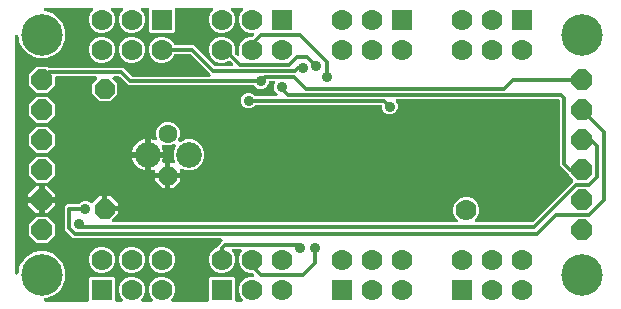
<source format=gbr>
G04 EAGLE Gerber RS-274X export*
G75*
%MOMM*%
%FSLAX34Y34*%
%LPD*%
%INBottom Copper*%
%IPPOS*%
%AMOC8*
5,1,8,0,0,1.08239X$1,22.5*%
G01*
%ADD10P,1.814519X8X112.500000*%
%ADD11C,1.778000*%
%ADD12R,1.778000X1.778000*%
%ADD13C,3.516000*%
%ADD14P,1.924489X8X22.500000*%
%ADD15P,1.732040X8X292.500000*%
%ADD16C,1.600200*%
%ADD17C,2.184400*%
%ADD18C,0.304800*%
%ADD19C,0.906400*%
%ADD20C,0.806400*%

G36*
X63780Y2544D02*
X63780Y2544D01*
X63806Y2542D01*
X63953Y2564D01*
X64100Y2581D01*
X64125Y2589D01*
X64151Y2593D01*
X64289Y2648D01*
X64428Y2698D01*
X64450Y2712D01*
X64475Y2722D01*
X64596Y2807D01*
X64721Y2887D01*
X64739Y2906D01*
X64761Y2921D01*
X64860Y3031D01*
X64963Y3138D01*
X64977Y3160D01*
X64994Y3180D01*
X65066Y3310D01*
X65142Y3437D01*
X65150Y3462D01*
X65163Y3485D01*
X65203Y3628D01*
X65248Y3769D01*
X65250Y3795D01*
X65258Y3820D01*
X65277Y4064D01*
X65277Y22432D01*
X66468Y23623D01*
X85932Y23623D01*
X87123Y22432D01*
X87123Y4064D01*
X87126Y4038D01*
X87124Y4012D01*
X87146Y3865D01*
X87163Y3718D01*
X87171Y3693D01*
X87175Y3667D01*
X87230Y3529D01*
X87280Y3390D01*
X87294Y3368D01*
X87304Y3343D01*
X87389Y3222D01*
X87469Y3097D01*
X87488Y3079D01*
X87503Y3057D01*
X87613Y2958D01*
X87720Y2855D01*
X87742Y2841D01*
X87762Y2824D01*
X87892Y2752D01*
X88019Y2676D01*
X88044Y2668D01*
X88067Y2655D01*
X88210Y2615D01*
X88351Y2570D01*
X88377Y2568D01*
X88402Y2560D01*
X88646Y2541D01*
X92635Y2541D01*
X92735Y2552D01*
X92835Y2554D01*
X92907Y2572D01*
X92981Y2581D01*
X93075Y2614D01*
X93173Y2639D01*
X93239Y2673D01*
X93309Y2698D01*
X93393Y2753D01*
X93483Y2799D01*
X93539Y2847D01*
X93602Y2887D01*
X93672Y2959D01*
X93748Y3024D01*
X93792Y3084D01*
X93844Y3138D01*
X93896Y3224D01*
X93955Y3305D01*
X93985Y3373D01*
X94023Y3437D01*
X94054Y3533D01*
X94093Y3625D01*
X94106Y3698D01*
X94129Y3769D01*
X94137Y3869D01*
X94155Y3968D01*
X94151Y4042D01*
X94157Y4116D01*
X94142Y4216D01*
X94137Y4316D01*
X94116Y4387D01*
X94105Y4461D01*
X94068Y4554D01*
X94041Y4651D01*
X94004Y4716D01*
X93977Y4785D01*
X93919Y4867D01*
X93870Y4955D01*
X93805Y5031D01*
X93778Y5071D01*
X93751Y5095D01*
X93712Y5141D01*
X92340Y6513D01*
X90677Y10527D01*
X90677Y14873D01*
X92340Y18887D01*
X95413Y21960D01*
X99427Y23623D01*
X103773Y23623D01*
X107787Y21960D01*
X110860Y18887D01*
X112523Y14873D01*
X112523Y10527D01*
X110860Y6513D01*
X109488Y5141D01*
X109426Y5062D01*
X109356Y4990D01*
X109318Y4926D01*
X109272Y4868D01*
X109229Y4777D01*
X109177Y4691D01*
X109154Y4620D01*
X109123Y4553D01*
X109101Y4455D01*
X109071Y4359D01*
X109065Y4285D01*
X109049Y4212D01*
X109051Y4112D01*
X109043Y4012D01*
X109054Y3938D01*
X109055Y3864D01*
X109080Y3767D01*
X109095Y3667D01*
X109122Y3598D01*
X109140Y3526D01*
X109186Y3437D01*
X109223Y3343D01*
X109266Y3282D01*
X109300Y3216D01*
X109365Y3140D01*
X109422Y3057D01*
X109477Y3007D01*
X109526Y2951D01*
X109606Y2891D01*
X109681Y2824D01*
X109746Y2788D01*
X109806Y2743D01*
X109898Y2704D01*
X109986Y2655D01*
X110058Y2635D01*
X110126Y2605D01*
X110225Y2588D01*
X110321Y2560D01*
X110421Y2552D01*
X110469Y2544D01*
X110505Y2546D01*
X110565Y2541D01*
X118035Y2541D01*
X118135Y2552D01*
X118235Y2554D01*
X118307Y2572D01*
X118381Y2581D01*
X118475Y2614D01*
X118573Y2639D01*
X118639Y2673D01*
X118709Y2698D01*
X118793Y2753D01*
X118883Y2799D01*
X118939Y2847D01*
X119002Y2887D01*
X119072Y2959D01*
X119148Y3024D01*
X119192Y3084D01*
X119244Y3138D01*
X119296Y3224D01*
X119355Y3305D01*
X119385Y3373D01*
X119423Y3437D01*
X119454Y3533D01*
X119493Y3625D01*
X119506Y3698D01*
X119529Y3769D01*
X119537Y3869D01*
X119555Y3968D01*
X119551Y4042D01*
X119557Y4116D01*
X119542Y4216D01*
X119537Y4316D01*
X119516Y4387D01*
X119505Y4461D01*
X119468Y4554D01*
X119441Y4651D01*
X119404Y4716D01*
X119377Y4785D01*
X119319Y4867D01*
X119270Y4955D01*
X119205Y5031D01*
X119178Y5071D01*
X119151Y5095D01*
X119112Y5141D01*
X117740Y6513D01*
X116077Y10527D01*
X116077Y14873D01*
X117740Y18887D01*
X120813Y21960D01*
X124827Y23623D01*
X129173Y23623D01*
X133187Y21960D01*
X136260Y18887D01*
X137923Y14873D01*
X137923Y10527D01*
X136260Y6513D01*
X134888Y5141D01*
X134826Y5062D01*
X134756Y4990D01*
X134718Y4926D01*
X134672Y4868D01*
X134629Y4777D01*
X134577Y4691D01*
X134554Y4620D01*
X134523Y4553D01*
X134501Y4455D01*
X134471Y4359D01*
X134465Y4285D01*
X134449Y4212D01*
X134451Y4112D01*
X134443Y4012D01*
X134454Y3938D01*
X134455Y3864D01*
X134480Y3767D01*
X134495Y3667D01*
X134522Y3598D01*
X134540Y3526D01*
X134586Y3437D01*
X134623Y3343D01*
X134666Y3282D01*
X134700Y3216D01*
X134765Y3140D01*
X134822Y3057D01*
X134877Y3007D01*
X134926Y2951D01*
X135006Y2891D01*
X135081Y2824D01*
X135146Y2788D01*
X135206Y2743D01*
X135298Y2704D01*
X135386Y2655D01*
X135458Y2635D01*
X135526Y2605D01*
X135625Y2588D01*
X135721Y2560D01*
X135821Y2552D01*
X135869Y2544D01*
X135905Y2546D01*
X135965Y2541D01*
X165354Y2541D01*
X165380Y2544D01*
X165406Y2542D01*
X165553Y2564D01*
X165700Y2581D01*
X165725Y2589D01*
X165751Y2593D01*
X165889Y2648D01*
X166028Y2698D01*
X166050Y2712D01*
X166075Y2722D01*
X166196Y2807D01*
X166321Y2887D01*
X166339Y2906D01*
X166361Y2921D01*
X166460Y3031D01*
X166563Y3138D01*
X166577Y3160D01*
X166594Y3180D01*
X166666Y3310D01*
X166742Y3437D01*
X166750Y3462D01*
X166763Y3485D01*
X166803Y3628D01*
X166848Y3769D01*
X166850Y3795D01*
X166858Y3820D01*
X166877Y4064D01*
X166877Y22432D01*
X168068Y23623D01*
X187532Y23623D01*
X188723Y22432D01*
X188723Y4064D01*
X188726Y4038D01*
X188724Y4012D01*
X188746Y3865D01*
X188763Y3718D01*
X188771Y3693D01*
X188775Y3667D01*
X188830Y3529D01*
X188880Y3390D01*
X188894Y3368D01*
X188904Y3343D01*
X188989Y3222D01*
X189069Y3097D01*
X189088Y3079D01*
X189103Y3057D01*
X189213Y2958D01*
X189320Y2855D01*
X189342Y2841D01*
X189362Y2824D01*
X189492Y2752D01*
X189619Y2676D01*
X189644Y2668D01*
X189667Y2655D01*
X189810Y2615D01*
X189951Y2570D01*
X189977Y2568D01*
X190002Y2560D01*
X190246Y2541D01*
X194235Y2541D01*
X194335Y2552D01*
X194435Y2554D01*
X194507Y2572D01*
X194581Y2581D01*
X194675Y2614D01*
X194773Y2639D01*
X194839Y2673D01*
X194909Y2698D01*
X194993Y2753D01*
X195083Y2799D01*
X195139Y2847D01*
X195202Y2887D01*
X195272Y2959D01*
X195348Y3024D01*
X195392Y3084D01*
X195444Y3138D01*
X195496Y3224D01*
X195555Y3305D01*
X195585Y3373D01*
X195623Y3437D01*
X195654Y3533D01*
X195693Y3625D01*
X195706Y3698D01*
X195729Y3769D01*
X195737Y3869D01*
X195755Y3968D01*
X195751Y4042D01*
X195757Y4116D01*
X195742Y4216D01*
X195737Y4316D01*
X195716Y4387D01*
X195705Y4461D01*
X195668Y4554D01*
X195641Y4651D01*
X195604Y4716D01*
X195577Y4785D01*
X195519Y4867D01*
X195470Y4955D01*
X195405Y5031D01*
X195378Y5071D01*
X195351Y5095D01*
X195312Y5141D01*
X193940Y6513D01*
X192277Y10527D01*
X192277Y14873D01*
X193940Y18887D01*
X197013Y21960D01*
X201027Y23623D01*
X203890Y23623D01*
X203990Y23634D01*
X204090Y23636D01*
X204162Y23654D01*
X204236Y23663D01*
X204331Y23696D01*
X204428Y23721D01*
X204494Y23755D01*
X204564Y23780D01*
X204649Y23835D01*
X204738Y23881D01*
X204794Y23929D01*
X204857Y23969D01*
X204927Y24041D01*
X205003Y24106D01*
X205047Y24166D01*
X205099Y24220D01*
X205151Y24306D01*
X205210Y24387D01*
X205240Y24455D01*
X205278Y24519D01*
X205309Y24614D01*
X205348Y24707D01*
X205362Y24780D01*
X205384Y24851D01*
X205392Y24951D01*
X205410Y25050D01*
X205406Y25124D01*
X205412Y25198D01*
X205397Y25297D01*
X205392Y25398D01*
X205372Y25469D01*
X205361Y25543D01*
X205323Y25636D01*
X205296Y25733D01*
X205259Y25798D01*
X205232Y25867D01*
X205174Y25949D01*
X205125Y26037D01*
X205060Y26113D01*
X205033Y26153D01*
X205006Y26177D01*
X204967Y26223D01*
X204459Y26731D01*
X204360Y26810D01*
X204266Y26894D01*
X204224Y26918D01*
X204186Y26948D01*
X204072Y27002D01*
X203961Y27063D01*
X203914Y27076D01*
X203871Y27097D01*
X203747Y27123D01*
X203626Y27158D01*
X203565Y27163D01*
X203530Y27170D01*
X203482Y27169D01*
X203382Y27177D01*
X201027Y27177D01*
X197013Y28840D01*
X193940Y31913D01*
X192277Y35927D01*
X192277Y40273D01*
X193940Y44287D01*
X194296Y44643D01*
X194358Y44721D01*
X194428Y44794D01*
X194466Y44858D01*
X194512Y44916D01*
X194555Y45007D01*
X194607Y45093D01*
X194630Y45164D01*
X194661Y45231D01*
X194683Y45329D01*
X194713Y45425D01*
X194719Y45499D01*
X194735Y45572D01*
X194733Y45672D01*
X194741Y45772D01*
X194730Y45846D01*
X194729Y45920D01*
X194704Y46017D01*
X194689Y46117D01*
X194662Y46186D01*
X194644Y46258D01*
X194598Y46347D01*
X194561Y46441D01*
X194518Y46502D01*
X194484Y46568D01*
X194419Y46645D01*
X194362Y46727D01*
X194307Y46777D01*
X194258Y46833D01*
X194178Y46893D01*
X194103Y46960D01*
X194038Y46996D01*
X193978Y47041D01*
X193886Y47080D01*
X193798Y47129D01*
X193726Y47149D01*
X193658Y47179D01*
X193559Y47196D01*
X193463Y47224D01*
X193363Y47232D01*
X193315Y47240D01*
X193279Y47238D01*
X193219Y47243D01*
X187781Y47243D01*
X187681Y47232D01*
X187581Y47230D01*
X187509Y47212D01*
X187435Y47203D01*
X187340Y47170D01*
X187243Y47145D01*
X187177Y47111D01*
X187107Y47086D01*
X187022Y47031D01*
X186933Y46985D01*
X186877Y46937D01*
X186814Y46897D01*
X186744Y46825D01*
X186668Y46760D01*
X186624Y46700D01*
X186572Y46646D01*
X186520Y46560D01*
X186461Y46479D01*
X186431Y46411D01*
X186393Y46347D01*
X186362Y46252D01*
X186323Y46159D01*
X186309Y46086D01*
X186287Y46015D01*
X186279Y45915D01*
X186261Y45816D01*
X186265Y45742D01*
X186259Y45668D01*
X186274Y45569D01*
X186279Y45468D01*
X186300Y45397D01*
X186311Y45323D01*
X186348Y45230D01*
X186376Y45133D01*
X186412Y45068D01*
X186439Y44999D01*
X186497Y44917D01*
X186546Y44829D01*
X186611Y44753D01*
X186638Y44713D01*
X186665Y44689D01*
X186704Y44643D01*
X187060Y44287D01*
X188723Y40273D01*
X188723Y35927D01*
X187060Y31913D01*
X183987Y28840D01*
X179973Y27177D01*
X175627Y27177D01*
X171613Y28840D01*
X168540Y31913D01*
X166877Y35927D01*
X166877Y40273D01*
X168540Y44287D01*
X171613Y47360D01*
X173303Y48060D01*
X173370Y48097D01*
X173441Y48125D01*
X173522Y48181D01*
X173608Y48229D01*
X173664Y48281D01*
X173727Y48324D01*
X173793Y48397D01*
X173866Y48463D01*
X173909Y48526D01*
X173960Y48583D01*
X174008Y48669D01*
X174064Y48750D01*
X174092Y48821D01*
X174129Y48888D01*
X174156Y48983D01*
X174192Y49074D01*
X174203Y49150D01*
X174224Y49223D01*
X174236Y49372D01*
X174243Y49419D01*
X174241Y49438D01*
X174243Y49467D01*
X174243Y49733D01*
X176773Y52263D01*
X178043Y53533D01*
X178105Y53612D01*
X178175Y53684D01*
X178213Y53748D01*
X178260Y53806D01*
X178302Y53897D01*
X178354Y53983D01*
X178377Y54054D01*
X178408Y54121D01*
X178430Y54219D01*
X178460Y54315D01*
X178466Y54389D01*
X178482Y54462D01*
X178480Y54562D01*
X178488Y54662D01*
X178477Y54736D01*
X178476Y54810D01*
X178451Y54907D01*
X178437Y55007D01*
X178409Y55076D01*
X178391Y55148D01*
X178345Y55237D01*
X178308Y55331D01*
X178265Y55392D01*
X178231Y55458D01*
X178166Y55534D01*
X178109Y55617D01*
X178054Y55667D01*
X178005Y55723D01*
X177925Y55783D01*
X177850Y55850D01*
X177785Y55886D01*
X177725Y55931D01*
X177633Y55970D01*
X177545Y56019D01*
X177473Y56039D01*
X177405Y56069D01*
X177306Y56086D01*
X177210Y56114D01*
X177110Y56122D01*
X177062Y56130D01*
X177026Y56128D01*
X176966Y56133D01*
X51867Y56133D01*
X44703Y63297D01*
X44703Y82753D01*
X46787Y84837D01*
X55872Y84837D01*
X55997Y84851D01*
X56124Y84858D01*
X56170Y84871D01*
X56218Y84877D01*
X56337Y84919D01*
X56458Y84954D01*
X56501Y84978D01*
X56546Y84994D01*
X56652Y85063D01*
X56763Y85124D01*
X56809Y85164D01*
X56839Y85183D01*
X56872Y85218D01*
X56949Y85283D01*
X58511Y86845D01*
X60924Y87845D01*
X63536Y87845D01*
X65949Y86845D01*
X66326Y86468D01*
X66347Y86451D01*
X66364Y86431D01*
X66483Y86343D01*
X66599Y86251D01*
X66623Y86240D01*
X66644Y86224D01*
X66780Y86166D01*
X66914Y86102D01*
X66940Y86097D01*
X66964Y86086D01*
X67110Y86060D01*
X67255Y86029D01*
X67281Y86029D01*
X67307Y86024D01*
X67456Y86032D01*
X67604Y86035D01*
X67629Y86041D01*
X67655Y86042D01*
X67798Y86084D01*
X67942Y86120D01*
X67965Y86132D01*
X67990Y86139D01*
X68119Y86211D01*
X68251Y86279D01*
X68271Y86296D01*
X68294Y86309D01*
X68481Y86468D01*
X74216Y92203D01*
X76709Y92203D01*
X76709Y81788D01*
X76712Y81762D01*
X76710Y81736D01*
X76732Y81589D01*
X76749Y81442D01*
X76757Y81417D01*
X76761Y81391D01*
X76816Y81254D01*
X76866Y81114D01*
X76880Y81092D01*
X76890Y81067D01*
X76975Y80946D01*
X77055Y80821D01*
X77074Y80803D01*
X77089Y80781D01*
X77199Y80682D01*
X77306Y80579D01*
X77328Y80565D01*
X77348Y80548D01*
X77478Y80476D01*
X77605Y80400D01*
X77630Y80392D01*
X77653Y80379D01*
X77791Y80340D01*
X77832Y80237D01*
X77882Y80098D01*
X77897Y80076D01*
X77906Y80051D01*
X77991Y79930D01*
X78071Y79805D01*
X78090Y79787D01*
X78105Y79765D01*
X78215Y79666D01*
X78322Y79563D01*
X78345Y79549D01*
X78364Y79532D01*
X78494Y79460D01*
X78621Y79384D01*
X78646Y79376D01*
X78669Y79363D01*
X78812Y79323D01*
X78953Y79278D01*
X78979Y79275D01*
X79004Y79268D01*
X79248Y79249D01*
X89663Y79249D01*
X89663Y76756D01*
X85104Y72197D01*
X85042Y72119D01*
X84972Y72046D01*
X84934Y71982D01*
X84888Y71924D01*
X84845Y71833D01*
X84793Y71747D01*
X84770Y71676D01*
X84739Y71609D01*
X84717Y71511D01*
X84687Y71415D01*
X84681Y71341D01*
X84665Y71268D01*
X84667Y71168D01*
X84659Y71068D01*
X84670Y70994D01*
X84671Y70920D01*
X84696Y70823D01*
X84711Y70723D01*
X84738Y70654D01*
X84756Y70582D01*
X84802Y70492D01*
X84839Y70399D01*
X84882Y70338D01*
X84916Y70272D01*
X84981Y70195D01*
X85038Y70113D01*
X85093Y70063D01*
X85142Y70007D01*
X85222Y69947D01*
X85297Y69880D01*
X85362Y69844D01*
X85422Y69799D01*
X85514Y69760D01*
X85602Y69711D01*
X85674Y69691D01*
X85742Y69661D01*
X85841Y69644D01*
X85937Y69616D01*
X86037Y69608D01*
X86085Y69600D01*
X86121Y69602D01*
X86181Y69597D01*
X376099Y69597D01*
X376199Y69608D01*
X376299Y69610D01*
X376371Y69628D01*
X376445Y69637D01*
X376539Y69670D01*
X376637Y69695D01*
X376703Y69729D01*
X376773Y69754D01*
X376857Y69809D01*
X376947Y69855D01*
X377003Y69903D01*
X377066Y69943D01*
X377136Y70015D01*
X377212Y70080D01*
X377256Y70140D01*
X377308Y70194D01*
X377360Y70280D01*
X377419Y70361D01*
X377449Y70429D01*
X377487Y70493D01*
X377518Y70589D01*
X377557Y70681D01*
X377570Y70754D01*
X377593Y70825D01*
X377601Y70925D01*
X377619Y71024D01*
X377615Y71098D01*
X377621Y71172D01*
X377606Y71272D01*
X377601Y71372D01*
X377580Y71443D01*
X377569Y71517D01*
X377532Y71610D01*
X377505Y71707D01*
X377468Y71772D01*
X377441Y71841D01*
X377383Y71923D01*
X377334Y72011D01*
X377269Y72087D01*
X377242Y72127D01*
X377215Y72151D01*
X377176Y72197D01*
X375550Y73823D01*
X373887Y77837D01*
X373887Y82183D01*
X375550Y86197D01*
X378623Y89270D01*
X382637Y90933D01*
X386983Y90933D01*
X390997Y89270D01*
X394070Y86197D01*
X395733Y82183D01*
X395733Y77837D01*
X394070Y73823D01*
X392444Y72197D01*
X392382Y72118D01*
X392312Y72046D01*
X392274Y71982D01*
X392228Y71924D01*
X392185Y71833D01*
X392133Y71747D01*
X392110Y71676D01*
X392079Y71609D01*
X392057Y71511D01*
X392027Y71415D01*
X392021Y71341D01*
X392005Y71268D01*
X392007Y71168D01*
X391999Y71068D01*
X392010Y70994D01*
X392011Y70920D01*
X392036Y70823D01*
X392051Y70723D01*
X392078Y70654D01*
X392096Y70582D01*
X392142Y70493D01*
X392179Y70399D01*
X392222Y70338D01*
X392256Y70272D01*
X392321Y70196D01*
X392378Y70113D01*
X392433Y70063D01*
X392482Y70007D01*
X392562Y69947D01*
X392637Y69880D01*
X392702Y69844D01*
X392762Y69799D01*
X392854Y69760D01*
X392942Y69711D01*
X393014Y69691D01*
X393082Y69661D01*
X393181Y69644D01*
X393277Y69616D01*
X393377Y69608D01*
X393425Y69600D01*
X393461Y69602D01*
X393521Y69597D01*
X439856Y69597D01*
X439981Y69611D01*
X440108Y69618D01*
X440154Y69631D01*
X440202Y69637D01*
X440321Y69679D01*
X440442Y69714D01*
X440485Y69738D01*
X440530Y69754D01*
X440636Y69823D01*
X440747Y69884D01*
X440793Y69924D01*
X440823Y69943D01*
X440857Y69978D01*
X440933Y70043D01*
X475094Y104204D01*
X475111Y104225D01*
X475131Y104242D01*
X475219Y104361D01*
X475311Y104477D01*
X475322Y104501D01*
X475338Y104522D01*
X475397Y104658D01*
X475460Y104792D01*
X475465Y104818D01*
X475476Y104842D01*
X475502Y104988D01*
X475533Y105133D01*
X475533Y105159D01*
X475538Y105185D01*
X475530Y105334D01*
X475527Y105482D01*
X475521Y105507D01*
X475520Y105533D01*
X475479Y105676D01*
X475442Y105820D01*
X475430Y105843D01*
X475423Y105868D01*
X475351Y105998D01*
X475283Y106129D01*
X475266Y106149D01*
X475253Y106172D01*
X475094Y106359D01*
X471600Y109853D01*
X471595Y109867D01*
X471560Y109988D01*
X471536Y110031D01*
X471520Y110076D01*
X471451Y110182D01*
X471390Y110293D01*
X471350Y110339D01*
X471331Y110369D01*
X471296Y110402D01*
X471231Y110479D01*
X463803Y117907D01*
X463803Y172720D01*
X463800Y172746D01*
X463802Y172772D01*
X463780Y172919D01*
X463763Y173066D01*
X463755Y173091D01*
X463751Y173117D01*
X463696Y173255D01*
X463646Y173394D01*
X463632Y173416D01*
X463622Y173441D01*
X463537Y173562D01*
X463457Y173687D01*
X463438Y173705D01*
X463423Y173727D01*
X463313Y173826D01*
X463206Y173929D01*
X463184Y173943D01*
X463164Y173960D01*
X463034Y174032D01*
X462907Y174108D01*
X462882Y174116D01*
X462859Y174129D01*
X462716Y174169D01*
X462575Y174214D01*
X462549Y174216D01*
X462524Y174224D01*
X462280Y174243D01*
X326398Y174243D01*
X326298Y174232D01*
X326198Y174230D01*
X326126Y174212D01*
X326052Y174203D01*
X325957Y174170D01*
X325860Y174145D01*
X325794Y174111D01*
X325724Y174086D01*
X325639Y174031D01*
X325550Y173985D01*
X325493Y173937D01*
X325431Y173897D01*
X325361Y173825D01*
X325285Y173760D01*
X325240Y173700D01*
X325189Y173646D01*
X325137Y173560D01*
X325078Y173479D01*
X325048Y173411D01*
X325010Y173347D01*
X324979Y173252D01*
X324940Y173159D01*
X324926Y173086D01*
X324904Y173015D01*
X324896Y172915D01*
X324878Y172816D01*
X324882Y172742D01*
X324876Y172668D01*
X324891Y172569D01*
X324896Y172468D01*
X324916Y172397D01*
X324927Y172323D01*
X324965Y172230D01*
X324992Y172133D01*
X325029Y172068D01*
X325056Y171999D01*
X325113Y171917D01*
X325163Y171829D01*
X325228Y171753D01*
X325255Y171713D01*
X325282Y171689D01*
X325321Y171643D01*
X325605Y171359D01*
X326605Y168946D01*
X326605Y166334D01*
X325605Y163921D01*
X323759Y162075D01*
X321346Y161075D01*
X318734Y161075D01*
X316321Y162075D01*
X314475Y163921D01*
X313475Y166334D01*
X313475Y167640D01*
X313472Y167666D01*
X313474Y167692D01*
X313452Y167839D01*
X313435Y167986D01*
X313427Y168011D01*
X313423Y168037D01*
X313368Y168175D01*
X313318Y168314D01*
X313304Y168336D01*
X313294Y168361D01*
X313209Y168482D01*
X313129Y168607D01*
X313110Y168625D01*
X313095Y168647D01*
X312985Y168746D01*
X312878Y168849D01*
X312856Y168863D01*
X312836Y168880D01*
X312706Y168952D01*
X312579Y169028D01*
X312554Y169036D01*
X312531Y169049D01*
X312388Y169089D01*
X312247Y169134D01*
X312221Y169136D01*
X312196Y169144D01*
X311952Y169163D01*
X207018Y169163D01*
X206893Y169149D01*
X206766Y169142D01*
X206720Y169129D01*
X206672Y169123D01*
X206553Y169081D01*
X206432Y169046D01*
X206389Y169022D01*
X206344Y169006D01*
X206238Y168937D01*
X206127Y168876D01*
X206081Y168836D01*
X206051Y168817D01*
X206018Y168782D01*
X205941Y168717D01*
X204379Y167155D01*
X201966Y166155D01*
X199354Y166155D01*
X196941Y167155D01*
X195095Y169001D01*
X194095Y171414D01*
X194095Y174026D01*
X195095Y176439D01*
X196941Y178285D01*
X199354Y179285D01*
X201966Y179285D01*
X204379Y178285D01*
X205941Y176723D01*
X206040Y176644D01*
X206134Y176560D01*
X206176Y176536D01*
X206214Y176506D01*
X206328Y176452D01*
X206439Y176391D01*
X206486Y176378D01*
X206529Y176357D01*
X206653Y176331D01*
X206774Y176296D01*
X206835Y176291D01*
X206870Y176284D01*
X206918Y176285D01*
X207018Y176277D01*
X223512Y176277D01*
X223612Y176288D01*
X223712Y176290D01*
X223784Y176308D01*
X223858Y176317D01*
X223953Y176350D01*
X224050Y176375D01*
X224116Y176409D01*
X224186Y176434D01*
X224271Y176489D01*
X224360Y176535D01*
X224417Y176583D01*
X224479Y176623D01*
X224549Y176695D01*
X224625Y176760D01*
X224669Y176820D01*
X224721Y176874D01*
X224773Y176960D01*
X224832Y177041D01*
X224862Y177109D01*
X224900Y177173D01*
X224931Y177269D01*
X224970Y177361D01*
X224984Y177434D01*
X225006Y177505D01*
X225014Y177605D01*
X225032Y177704D01*
X225028Y177778D01*
X225034Y177852D01*
X225019Y177952D01*
X225014Y178052D01*
X224994Y178123D01*
X224983Y178197D01*
X224945Y178290D01*
X224918Y178387D01*
X224881Y178452D01*
X224854Y178521D01*
X224797Y178603D01*
X224747Y178691D01*
X224682Y178767D01*
X224655Y178807D01*
X224628Y178831D01*
X224589Y178877D01*
X223035Y180431D01*
X222035Y182844D01*
X222035Y185456D01*
X222831Y187377D01*
X222872Y187522D01*
X222918Y187665D01*
X222920Y187689D01*
X222927Y187712D01*
X222934Y187863D01*
X222946Y188012D01*
X222943Y188036D01*
X222944Y188060D01*
X222917Y188208D01*
X222894Y188357D01*
X222886Y188379D01*
X222881Y188403D01*
X222821Y188541D01*
X222766Y188681D01*
X222752Y188701D01*
X222742Y188723D01*
X222652Y188844D01*
X222567Y188967D01*
X222549Y188983D01*
X222534Y189003D01*
X222419Y189100D01*
X222308Y189200D01*
X222287Y189212D01*
X222268Y189228D01*
X222135Y189296D01*
X222003Y189369D01*
X221980Y189375D01*
X221958Y189386D01*
X221813Y189423D01*
X221668Y189464D01*
X221638Y189466D01*
X221620Y189471D01*
X221573Y189471D01*
X221424Y189483D01*
X218908Y189483D01*
X218882Y189480D01*
X218856Y189482D01*
X218709Y189460D01*
X218562Y189443D01*
X218537Y189435D01*
X218511Y189431D01*
X218373Y189376D01*
X218234Y189326D01*
X218212Y189312D01*
X218187Y189302D01*
X218066Y189217D01*
X217941Y189137D01*
X217923Y189118D01*
X217901Y189103D01*
X217802Y188993D01*
X217699Y188886D01*
X217685Y188864D01*
X217668Y188844D01*
X217596Y188714D01*
X217520Y188587D01*
X217512Y188562D01*
X217499Y188539D01*
X217459Y188396D01*
X217414Y188255D01*
X217412Y188229D01*
X217404Y188204D01*
X217385Y187960D01*
X217385Y187924D01*
X216385Y185511D01*
X214539Y183665D01*
X212126Y182665D01*
X209514Y182665D01*
X207101Y183665D01*
X205539Y185227D01*
X205440Y185306D01*
X205346Y185390D01*
X205304Y185414D01*
X205266Y185444D01*
X205152Y185498D01*
X205041Y185559D01*
X204994Y185572D01*
X204951Y185593D01*
X204827Y185619D01*
X204706Y185654D01*
X204645Y185659D01*
X204610Y185666D01*
X204562Y185665D01*
X204462Y185673D01*
X98857Y185673D01*
X91683Y192847D01*
X91584Y192926D01*
X91490Y193010D01*
X91448Y193034D01*
X91410Y193064D01*
X91296Y193118D01*
X91185Y193179D01*
X91138Y193192D01*
X91095Y193213D01*
X90971Y193239D01*
X90850Y193274D01*
X90789Y193279D01*
X90754Y193286D01*
X90706Y193285D01*
X90606Y193293D01*
X86733Y193293D01*
X86633Y193282D01*
X86533Y193280D01*
X86460Y193262D01*
X86387Y193253D01*
X86292Y193220D01*
X86195Y193195D01*
X86128Y193161D01*
X86058Y193136D01*
X85974Y193081D01*
X85885Y193035D01*
X85828Y192987D01*
X85766Y192947D01*
X85696Y192875D01*
X85619Y192810D01*
X85575Y192750D01*
X85523Y192696D01*
X85472Y192610D01*
X85412Y192529D01*
X85383Y192461D01*
X85345Y192397D01*
X85314Y192301D01*
X85274Y192209D01*
X85261Y192136D01*
X85238Y192065D01*
X85230Y191965D01*
X85213Y191866D01*
X85216Y191792D01*
X85210Y191718D01*
X85225Y191618D01*
X85231Y191518D01*
X85251Y191447D01*
X85262Y191373D01*
X85299Y191280D01*
X85327Y191183D01*
X85363Y191118D01*
X85391Y191049D01*
X85448Y190967D01*
X85497Y190879D01*
X85562Y190803D01*
X85590Y190763D01*
X85616Y190739D01*
X85656Y190693D01*
X89155Y187194D01*
X89155Y178566D01*
X83054Y172465D01*
X74426Y172465D01*
X68325Y178566D01*
X68325Y187194D01*
X71824Y190693D01*
X71887Y190771D01*
X71957Y190844D01*
X71995Y190908D01*
X72041Y190966D01*
X72084Y191057D01*
X72135Y191143D01*
X72158Y191214D01*
X72190Y191281D01*
X72211Y191379D01*
X72242Y191475D01*
X72248Y191549D01*
X72263Y191622D01*
X72261Y191722D01*
X72270Y191822D01*
X72259Y191896D01*
X72257Y191970D01*
X72233Y192067D01*
X72218Y192167D01*
X72190Y192236D01*
X72172Y192308D01*
X72126Y192398D01*
X72089Y192491D01*
X72047Y192552D01*
X72013Y192618D01*
X71947Y192695D01*
X71890Y192777D01*
X71835Y192827D01*
X71787Y192883D01*
X71706Y192943D01*
X71631Y193010D01*
X71566Y193046D01*
X71506Y193091D01*
X71414Y193130D01*
X71326Y193179D01*
X71255Y193199D01*
X71186Y193229D01*
X71088Y193246D01*
X70991Y193274D01*
X70891Y193282D01*
X70843Y193290D01*
X70808Y193288D01*
X70747Y193293D01*
X37846Y193293D01*
X37820Y193290D01*
X37794Y193292D01*
X37647Y193270D01*
X37500Y193253D01*
X37475Y193245D01*
X37449Y193241D01*
X37311Y193186D01*
X37172Y193136D01*
X37150Y193122D01*
X37125Y193112D01*
X37004Y193027D01*
X36879Y192947D01*
X36861Y192928D01*
X36839Y192913D01*
X36740Y192803D01*
X36637Y192696D01*
X36623Y192674D01*
X36606Y192654D01*
X36534Y192524D01*
X36458Y192397D01*
X36450Y192372D01*
X36437Y192349D01*
X36397Y192206D01*
X36352Y192065D01*
X36350Y192039D01*
X36342Y192014D01*
X36323Y191770D01*
X36323Y185976D01*
X29924Y179577D01*
X20876Y179577D01*
X14477Y185976D01*
X14477Y195024D01*
X20876Y201423D01*
X29924Y201423D01*
X30494Y200853D01*
X30593Y200774D01*
X30687Y200690D01*
X30729Y200666D01*
X30767Y200636D01*
X30881Y200582D01*
X30992Y200521D01*
X31039Y200508D01*
X31082Y200487D01*
X31206Y200461D01*
X31327Y200426D01*
X31388Y200421D01*
X31423Y200414D01*
X31471Y200415D01*
X31571Y200407D01*
X94183Y200407D01*
X101357Y193233D01*
X101456Y193154D01*
X101550Y193070D01*
X101592Y193046D01*
X101630Y193016D01*
X101744Y192962D01*
X101855Y192901D01*
X101902Y192888D01*
X101945Y192867D01*
X102069Y192841D01*
X102190Y192806D01*
X102251Y192801D01*
X102286Y192794D01*
X102334Y192795D01*
X102434Y192787D01*
X166806Y192787D01*
X166906Y192798D01*
X167006Y192800D01*
X167078Y192818D01*
X167152Y192827D01*
X167247Y192860D01*
X167344Y192885D01*
X167410Y192919D01*
X167480Y192944D01*
X167565Y192999D01*
X167654Y193045D01*
X167711Y193093D01*
X167773Y193133D01*
X167843Y193205D01*
X167919Y193270D01*
X167963Y193330D01*
X168015Y193384D01*
X168067Y193470D01*
X168126Y193551D01*
X168156Y193619D01*
X168194Y193683D01*
X168225Y193779D01*
X168264Y193871D01*
X168278Y193944D01*
X168300Y194015D01*
X168308Y194115D01*
X168326Y194214D01*
X168322Y194288D01*
X168328Y194362D01*
X168313Y194462D01*
X168308Y194562D01*
X168288Y194633D01*
X168277Y194707D01*
X168239Y194800D01*
X168212Y194897D01*
X168175Y194962D01*
X168148Y195031D01*
X168091Y195113D01*
X168041Y195201D01*
X167976Y195277D01*
X167949Y195317D01*
X167922Y195341D01*
X167883Y195387D01*
X151373Y211897D01*
X151274Y211976D01*
X151180Y212060D01*
X151138Y212084D01*
X151100Y212114D01*
X150986Y212168D01*
X150875Y212229D01*
X150828Y212242D01*
X150785Y212263D01*
X150661Y212289D01*
X150540Y212324D01*
X150479Y212329D01*
X150444Y212336D01*
X150396Y212335D01*
X150296Y212343D01*
X138367Y212343D01*
X138291Y212335D01*
X138215Y212336D01*
X138119Y212315D01*
X138021Y212303D01*
X137949Y212278D01*
X137874Y212261D01*
X137786Y212219D01*
X137693Y212186D01*
X137629Y212144D01*
X137560Y212112D01*
X137483Y212050D01*
X137400Y211997D01*
X137347Y211942D01*
X137287Y211894D01*
X137226Y211817D01*
X137158Y211746D01*
X137119Y211681D01*
X137071Y211621D01*
X137003Y211488D01*
X136979Y211447D01*
X136973Y211429D01*
X136960Y211403D01*
X136260Y209713D01*
X133187Y206640D01*
X129173Y204977D01*
X124827Y204977D01*
X120813Y206640D01*
X117740Y209713D01*
X116077Y213727D01*
X116077Y218073D01*
X117740Y222087D01*
X120813Y225160D01*
X124827Y226823D01*
X129173Y226823D01*
X133187Y225160D01*
X136260Y222087D01*
X136960Y220397D01*
X136997Y220330D01*
X137025Y220259D01*
X137081Y220178D01*
X137129Y220092D01*
X137181Y220036D01*
X137224Y219973D01*
X137297Y219907D01*
X137363Y219834D01*
X137426Y219791D01*
X137483Y219740D01*
X137569Y219692D01*
X137650Y219636D01*
X137721Y219608D01*
X137788Y219571D01*
X137883Y219544D01*
X137974Y219508D01*
X138050Y219497D01*
X138123Y219476D01*
X138272Y219464D01*
X138319Y219457D01*
X138338Y219459D01*
X138367Y219457D01*
X153873Y219457D01*
X171207Y202123D01*
X171306Y202044D01*
X171400Y201960D01*
X171442Y201936D01*
X171480Y201906D01*
X171594Y201852D01*
X171705Y201791D01*
X171752Y201778D01*
X171795Y201757D01*
X171919Y201731D01*
X172040Y201696D01*
X172101Y201691D01*
X172136Y201684D01*
X172184Y201685D01*
X172284Y201677D01*
X185856Y201677D01*
X185956Y201688D01*
X186056Y201690D01*
X186128Y201708D01*
X186202Y201717D01*
X186297Y201750D01*
X186394Y201775D01*
X186460Y201809D01*
X186530Y201834D01*
X186615Y201889D01*
X186704Y201935D01*
X186761Y201983D01*
X186823Y202023D01*
X186893Y202095D01*
X186969Y202160D01*
X187013Y202220D01*
X187065Y202274D01*
X187117Y202360D01*
X187176Y202441D01*
X187206Y202509D01*
X187244Y202573D01*
X187275Y202669D01*
X187314Y202761D01*
X187328Y202834D01*
X187350Y202905D01*
X187358Y203005D01*
X187376Y203104D01*
X187372Y203178D01*
X187378Y203252D01*
X187363Y203352D01*
X187358Y203452D01*
X187338Y203523D01*
X187327Y203597D01*
X187289Y203690D01*
X187262Y203787D01*
X187225Y203852D01*
X187198Y203921D01*
X187141Y204003D01*
X187091Y204091D01*
X187026Y204167D01*
X186999Y204207D01*
X186972Y204231D01*
X186933Y204277D01*
X185119Y206091D01*
X185059Y206139D01*
X185006Y206193D01*
X184923Y206247D01*
X184846Y206308D01*
X184777Y206340D01*
X184713Y206382D01*
X184620Y206415D01*
X184531Y206457D01*
X184456Y206473D01*
X184384Y206498D01*
X184286Y206509D01*
X184190Y206530D01*
X184114Y206529D01*
X184038Y206537D01*
X183940Y206526D01*
X183842Y206524D01*
X183768Y206505D01*
X183692Y206496D01*
X183549Y206451D01*
X183504Y206439D01*
X183487Y206430D01*
X183459Y206421D01*
X179973Y204977D01*
X175627Y204977D01*
X171613Y206640D01*
X168540Y209713D01*
X166877Y213727D01*
X166877Y218073D01*
X168540Y222087D01*
X171613Y225160D01*
X175627Y226823D01*
X179973Y226823D01*
X183987Y225160D01*
X187060Y222087D01*
X188723Y218073D01*
X188723Y213707D01*
X188715Y213690D01*
X188698Y213593D01*
X188671Y213498D01*
X188667Y213422D01*
X188654Y213347D01*
X188659Y213248D01*
X188654Y213150D01*
X188668Y213075D01*
X188672Y212998D01*
X188699Y212904D01*
X188716Y212807D01*
X188747Y212737D01*
X188768Y212664D01*
X188816Y212578D01*
X188855Y212488D01*
X188901Y212426D01*
X188938Y212359D01*
X189035Y212246D01*
X189063Y212208D01*
X189078Y212196D01*
X189097Y212173D01*
X190210Y211060D01*
X190250Y211028D01*
X190283Y210991D01*
X190386Y210920D01*
X190483Y210843D01*
X190529Y210822D01*
X190570Y210793D01*
X190686Y210747D01*
X190798Y210694D01*
X190848Y210684D01*
X190894Y210665D01*
X191018Y210647D01*
X191139Y210621D01*
X191189Y210622D01*
X191239Y210614D01*
X191363Y210625D01*
X191487Y210627D01*
X191536Y210639D01*
X191587Y210643D01*
X191705Y210681D01*
X191825Y210712D01*
X191870Y210735D01*
X191918Y210750D01*
X192025Y210814D01*
X192135Y210871D01*
X192174Y210904D01*
X192217Y210930D01*
X192306Y211017D01*
X192401Y211097D01*
X192431Y211138D01*
X192467Y211173D01*
X192534Y211277D01*
X192608Y211378D01*
X192628Y211424D01*
X192655Y211466D01*
X192697Y211583D01*
X192746Y211698D01*
X192755Y211747D01*
X192772Y211795D01*
X192786Y211918D01*
X192808Y212041D01*
X192805Y212091D01*
X192811Y212141D01*
X192796Y212264D01*
X192790Y212389D01*
X192776Y212437D01*
X192770Y212487D01*
X192695Y212720D01*
X192277Y213727D01*
X192277Y218073D01*
X193940Y222087D01*
X197013Y225160D01*
X201027Y226823D01*
X203382Y226823D01*
X203507Y226837D01*
X203634Y226844D01*
X203680Y226857D01*
X203728Y226863D01*
X203847Y226905D01*
X203968Y226940D01*
X204011Y226964D01*
X204056Y226980D01*
X204162Y227049D01*
X204273Y227110D01*
X204319Y227150D01*
X204349Y227169D01*
X204382Y227204D01*
X204459Y227269D01*
X204967Y227777D01*
X205029Y227855D01*
X205099Y227928D01*
X205137Y227992D01*
X205184Y228050D01*
X205226Y228141D01*
X205278Y228227D01*
X205301Y228298D01*
X205332Y228365D01*
X205354Y228463D01*
X205384Y228559D01*
X205390Y228633D01*
X205406Y228706D01*
X205404Y228806D01*
X205412Y228906D01*
X205401Y228980D01*
X205400Y229054D01*
X205375Y229151D01*
X205361Y229251D01*
X205333Y229320D01*
X205315Y229392D01*
X205269Y229482D01*
X205232Y229575D01*
X205189Y229636D01*
X205155Y229702D01*
X205090Y229779D01*
X205033Y229861D01*
X204978Y229911D01*
X204929Y229967D01*
X204849Y230027D01*
X204774Y230094D01*
X204709Y230130D01*
X204649Y230175D01*
X204557Y230214D01*
X204469Y230263D01*
X204397Y230283D01*
X204329Y230313D01*
X204230Y230330D01*
X204134Y230358D01*
X204034Y230366D01*
X203986Y230374D01*
X203950Y230372D01*
X203890Y230377D01*
X201027Y230377D01*
X197013Y232040D01*
X193940Y235113D01*
X192277Y239127D01*
X192277Y243473D01*
X193940Y247487D01*
X195312Y248859D01*
X195374Y248938D01*
X195444Y249010D01*
X195482Y249074D01*
X195528Y249132D01*
X195571Y249223D01*
X195623Y249309D01*
X195646Y249380D01*
X195677Y249447D01*
X195699Y249545D01*
X195729Y249641D01*
X195735Y249715D01*
X195751Y249788D01*
X195749Y249888D01*
X195757Y249988D01*
X195746Y250062D01*
X195745Y250136D01*
X195720Y250233D01*
X195705Y250333D01*
X195678Y250402D01*
X195660Y250474D01*
X195614Y250563D01*
X195577Y250657D01*
X195534Y250718D01*
X195500Y250784D01*
X195435Y250860D01*
X195378Y250943D01*
X195323Y250993D01*
X195274Y251049D01*
X195194Y251109D01*
X195119Y251176D01*
X195054Y251212D01*
X194994Y251257D01*
X194902Y251296D01*
X194814Y251345D01*
X194742Y251365D01*
X194674Y251395D01*
X194575Y251412D01*
X194479Y251440D01*
X194379Y251448D01*
X194331Y251456D01*
X194295Y251454D01*
X194235Y251459D01*
X186765Y251459D01*
X186665Y251448D01*
X186565Y251446D01*
X186493Y251428D01*
X186419Y251419D01*
X186325Y251386D01*
X186227Y251361D01*
X186161Y251327D01*
X186091Y251302D01*
X186007Y251247D01*
X185917Y251201D01*
X185861Y251153D01*
X185798Y251113D01*
X185728Y251041D01*
X185652Y250976D01*
X185608Y250916D01*
X185556Y250862D01*
X185504Y250776D01*
X185445Y250695D01*
X185415Y250627D01*
X185377Y250563D01*
X185346Y250467D01*
X185307Y250375D01*
X185294Y250302D01*
X185271Y250231D01*
X185263Y250131D01*
X185245Y250032D01*
X185249Y249958D01*
X185243Y249884D01*
X185258Y249784D01*
X185263Y249684D01*
X185284Y249613D01*
X185295Y249539D01*
X185332Y249446D01*
X185359Y249349D01*
X185396Y249284D01*
X185423Y249215D01*
X185481Y249133D01*
X185530Y249045D01*
X185595Y248969D01*
X185622Y248929D01*
X185649Y248905D01*
X185688Y248859D01*
X187060Y247487D01*
X188723Y243473D01*
X188723Y239127D01*
X187060Y235113D01*
X183987Y232040D01*
X179973Y230377D01*
X175627Y230377D01*
X171613Y232040D01*
X168540Y235113D01*
X166877Y239127D01*
X166877Y243473D01*
X168540Y247487D01*
X169912Y248859D01*
X169974Y248938D01*
X170044Y249010D01*
X170082Y249074D01*
X170128Y249132D01*
X170171Y249223D01*
X170223Y249309D01*
X170246Y249380D01*
X170277Y249447D01*
X170299Y249545D01*
X170329Y249641D01*
X170335Y249715D01*
X170351Y249788D01*
X170349Y249888D01*
X170357Y249988D01*
X170346Y250062D01*
X170345Y250136D01*
X170320Y250233D01*
X170305Y250333D01*
X170278Y250402D01*
X170260Y250474D01*
X170214Y250563D01*
X170177Y250657D01*
X170134Y250718D01*
X170100Y250784D01*
X170035Y250860D01*
X169978Y250943D01*
X169923Y250993D01*
X169874Y251049D01*
X169794Y251109D01*
X169719Y251176D01*
X169654Y251212D01*
X169594Y251257D01*
X169502Y251296D01*
X169414Y251345D01*
X169342Y251365D01*
X169274Y251395D01*
X169175Y251412D01*
X169079Y251440D01*
X168979Y251448D01*
X168931Y251456D01*
X168895Y251454D01*
X168835Y251459D01*
X139446Y251459D01*
X139420Y251456D01*
X139394Y251458D01*
X139247Y251436D01*
X139100Y251419D01*
X139075Y251411D01*
X139049Y251407D01*
X138911Y251352D01*
X138772Y251302D01*
X138750Y251288D01*
X138725Y251278D01*
X138604Y251193D01*
X138479Y251113D01*
X138461Y251094D01*
X138439Y251079D01*
X138340Y250969D01*
X138237Y250862D01*
X138223Y250840D01*
X138206Y250820D01*
X138134Y250690D01*
X138058Y250563D01*
X138050Y250538D01*
X138037Y250515D01*
X137997Y250372D01*
X137952Y250231D01*
X137950Y250205D01*
X137942Y250180D01*
X137923Y249936D01*
X137923Y231568D01*
X136732Y230377D01*
X117268Y230377D01*
X116077Y231568D01*
X116077Y249936D01*
X116074Y249962D01*
X116076Y249988D01*
X116054Y250135D01*
X116037Y250282D01*
X116029Y250307D01*
X116025Y250333D01*
X115970Y250471D01*
X115920Y250610D01*
X115906Y250632D01*
X115896Y250657D01*
X115811Y250778D01*
X115731Y250903D01*
X115712Y250921D01*
X115697Y250943D01*
X115587Y251042D01*
X115480Y251145D01*
X115458Y251159D01*
X115438Y251176D01*
X115308Y251248D01*
X115181Y251324D01*
X115156Y251332D01*
X115133Y251345D01*
X114990Y251385D01*
X114849Y251430D01*
X114823Y251432D01*
X114798Y251440D01*
X114554Y251459D01*
X110565Y251459D01*
X110465Y251448D01*
X110365Y251446D01*
X110293Y251428D01*
X110219Y251419D01*
X110125Y251386D01*
X110027Y251361D01*
X109961Y251327D01*
X109891Y251302D01*
X109807Y251247D01*
X109717Y251201D01*
X109661Y251153D01*
X109598Y251113D01*
X109528Y251041D01*
X109452Y250976D01*
X109408Y250916D01*
X109356Y250862D01*
X109304Y250776D01*
X109245Y250695D01*
X109215Y250627D01*
X109177Y250563D01*
X109146Y250467D01*
X109107Y250375D01*
X109094Y250302D01*
X109071Y250231D01*
X109063Y250131D01*
X109045Y250032D01*
X109049Y249958D01*
X109043Y249884D01*
X109058Y249784D01*
X109063Y249684D01*
X109084Y249613D01*
X109095Y249539D01*
X109132Y249446D01*
X109159Y249349D01*
X109196Y249284D01*
X109223Y249215D01*
X109281Y249133D01*
X109330Y249045D01*
X109395Y248969D01*
X109422Y248929D01*
X109449Y248905D01*
X109488Y248859D01*
X110860Y247487D01*
X112523Y243473D01*
X112523Y239127D01*
X110860Y235113D01*
X107787Y232040D01*
X103773Y230377D01*
X99427Y230377D01*
X95413Y232040D01*
X92340Y235113D01*
X90677Y239127D01*
X90677Y243473D01*
X92340Y247487D01*
X93712Y248859D01*
X93774Y248938D01*
X93844Y249010D01*
X93882Y249074D01*
X93928Y249132D01*
X93971Y249223D01*
X94023Y249309D01*
X94046Y249380D01*
X94077Y249447D01*
X94099Y249545D01*
X94129Y249641D01*
X94135Y249715D01*
X94151Y249788D01*
X94149Y249888D01*
X94157Y249988D01*
X94146Y250062D01*
X94145Y250136D01*
X94120Y250233D01*
X94105Y250333D01*
X94078Y250402D01*
X94060Y250474D01*
X94014Y250563D01*
X93977Y250657D01*
X93934Y250718D01*
X93900Y250784D01*
X93835Y250860D01*
X93778Y250943D01*
X93723Y250993D01*
X93674Y251049D01*
X93594Y251109D01*
X93519Y251176D01*
X93454Y251212D01*
X93394Y251257D01*
X93302Y251296D01*
X93214Y251345D01*
X93142Y251365D01*
X93074Y251395D01*
X92975Y251412D01*
X92879Y251440D01*
X92779Y251448D01*
X92731Y251456D01*
X92695Y251454D01*
X92635Y251459D01*
X85165Y251459D01*
X85065Y251448D01*
X84965Y251446D01*
X84893Y251428D01*
X84819Y251419D01*
X84725Y251386D01*
X84627Y251361D01*
X84561Y251327D01*
X84491Y251302D01*
X84407Y251247D01*
X84317Y251201D01*
X84261Y251153D01*
X84198Y251113D01*
X84128Y251041D01*
X84052Y250976D01*
X84008Y250916D01*
X83956Y250862D01*
X83904Y250776D01*
X83845Y250695D01*
X83815Y250627D01*
X83777Y250563D01*
X83746Y250467D01*
X83707Y250375D01*
X83694Y250302D01*
X83671Y250231D01*
X83663Y250131D01*
X83645Y250032D01*
X83649Y249958D01*
X83643Y249884D01*
X83658Y249784D01*
X83663Y249684D01*
X83684Y249613D01*
X83695Y249539D01*
X83732Y249446D01*
X83759Y249349D01*
X83796Y249284D01*
X83823Y249215D01*
X83881Y249133D01*
X83930Y249045D01*
X83995Y248969D01*
X84022Y248929D01*
X84049Y248905D01*
X84088Y248859D01*
X85460Y247487D01*
X87123Y243473D01*
X87123Y239127D01*
X85460Y235113D01*
X82387Y232040D01*
X78373Y230377D01*
X74027Y230377D01*
X70013Y232040D01*
X66940Y235113D01*
X65277Y239127D01*
X65277Y243473D01*
X66940Y247487D01*
X68312Y248859D01*
X68374Y248938D01*
X68444Y249010D01*
X68482Y249074D01*
X68528Y249132D01*
X68571Y249223D01*
X68623Y249309D01*
X68646Y249380D01*
X68677Y249447D01*
X68699Y249545D01*
X68729Y249641D01*
X68735Y249715D01*
X68751Y249788D01*
X68749Y249888D01*
X68757Y249988D01*
X68746Y250062D01*
X68745Y250136D01*
X68720Y250233D01*
X68705Y250333D01*
X68678Y250402D01*
X68660Y250474D01*
X68614Y250563D01*
X68577Y250657D01*
X68534Y250718D01*
X68500Y250784D01*
X68435Y250860D01*
X68378Y250943D01*
X68323Y250993D01*
X68274Y251049D01*
X68194Y251109D01*
X68119Y251176D01*
X68054Y251212D01*
X67994Y251257D01*
X67902Y251296D01*
X67814Y251345D01*
X67742Y251365D01*
X67674Y251395D01*
X67575Y251412D01*
X67479Y251440D01*
X67379Y251448D01*
X67331Y251456D01*
X67295Y251454D01*
X67235Y251459D01*
X28372Y251459D01*
X28263Y251447D01*
X28153Y251443D01*
X28090Y251427D01*
X28026Y251419D01*
X27922Y251382D01*
X27816Y251354D01*
X27759Y251324D01*
X27698Y251302D01*
X27605Y251242D01*
X27508Y251191D01*
X27459Y251148D01*
X27405Y251113D01*
X27328Y251034D01*
X27245Y250961D01*
X27208Y250909D01*
X27163Y250862D01*
X27106Y250768D01*
X27042Y250679D01*
X27017Y250619D01*
X26984Y250563D01*
X26950Y250458D01*
X26908Y250357D01*
X26897Y250293D01*
X26878Y250231D01*
X26869Y250122D01*
X26851Y250013D01*
X26855Y249948D01*
X26850Y249884D01*
X26866Y249775D01*
X26873Y249665D01*
X26892Y249603D01*
X26901Y249539D01*
X26942Y249437D01*
X26974Y249332D01*
X27006Y249275D01*
X27030Y249215D01*
X27093Y249125D01*
X27148Y249030D01*
X27192Y248982D01*
X27229Y248929D01*
X27311Y248855D01*
X27386Y248775D01*
X27440Y248739D01*
X27488Y248696D01*
X27584Y248642D01*
X27675Y248581D01*
X27754Y248549D01*
X27793Y248527D01*
X27832Y248516D01*
X27901Y248487D01*
X28517Y248287D01*
X28631Y248264D01*
X28744Y248232D01*
X28818Y248226D01*
X28859Y248218D01*
X28903Y248220D01*
X28988Y248213D01*
X29301Y248213D01*
X31265Y247399D01*
X31306Y247388D01*
X31377Y247358D01*
X35463Y246030D01*
X36030Y245520D01*
X36141Y245441D01*
X36248Y245356D01*
X36290Y245335D01*
X36314Y245318D01*
X36360Y245299D01*
X36466Y245245D01*
X36510Y245227D01*
X37875Y243861D01*
X37899Y243843D01*
X37933Y243807D01*
X41683Y240430D01*
X41870Y240010D01*
X41950Y239875D01*
X41984Y239814D01*
X42330Y238978D01*
X42338Y238964D01*
X42346Y238941D01*
X45087Y232785D01*
X45087Y224415D01*
X42346Y218259D01*
X42341Y218244D01*
X42330Y218222D01*
X41996Y217416D01*
X41987Y217405D01*
X41977Y217386D01*
X41968Y217375D01*
X41950Y217337D01*
X41870Y217190D01*
X41683Y216770D01*
X37933Y213393D01*
X37913Y213370D01*
X37875Y213338D01*
X36510Y211973D01*
X36466Y211955D01*
X36346Y211888D01*
X36224Y211828D01*
X36187Y211800D01*
X36162Y211786D01*
X36124Y211752D01*
X36030Y211680D01*
X35463Y211170D01*
X31377Y209842D01*
X31339Y209825D01*
X31265Y209801D01*
X29301Y208987D01*
X28988Y208987D01*
X28871Y208974D01*
X28755Y208969D01*
X28682Y208952D01*
X28641Y208947D01*
X28599Y208932D01*
X28517Y208913D01*
X27504Y208584D01*
X23742Y208979D01*
X23693Y208978D01*
X23583Y208987D01*
X21499Y208987D01*
X20967Y209208D01*
X20874Y209234D01*
X20784Y209270D01*
X20679Y209290D01*
X20632Y209303D01*
X20598Y209305D01*
X20543Y209315D01*
X19180Y209458D01*
X16268Y211140D01*
X16226Y211158D01*
X16090Y211228D01*
X14290Y211973D01*
X13702Y212561D01*
X13642Y212609D01*
X13588Y212665D01*
X13466Y212749D01*
X13429Y212778D01*
X13411Y212786D01*
X13386Y212804D01*
X11933Y213643D01*
X10176Y216061D01*
X10168Y216070D01*
X10020Y216243D01*
X8773Y217490D01*
X8359Y218490D01*
X8331Y218540D01*
X8312Y218594D01*
X8199Y218779D01*
X8190Y218795D01*
X8187Y218797D01*
X8184Y218802D01*
X7013Y220414D01*
X6464Y222998D01*
X6458Y223015D01*
X6456Y223032D01*
X6381Y223265D01*
X5787Y224699D01*
X5787Y226022D01*
X5783Y226059D01*
X5785Y226096D01*
X5754Y226339D01*
X5554Y227280D01*
X5549Y227294D01*
X5547Y227309D01*
X5494Y227459D01*
X5443Y227610D01*
X5435Y227623D01*
X5430Y227637D01*
X5343Y227771D01*
X5260Y227907D01*
X5249Y227917D01*
X5241Y227930D01*
X5126Y228041D01*
X5014Y228154D01*
X5001Y228162D01*
X4990Y228172D01*
X4853Y228254D01*
X4719Y228338D01*
X4704Y228343D01*
X4691Y228351D01*
X4540Y228400D01*
X4389Y228451D01*
X4374Y228453D01*
X4359Y228457D01*
X4201Y228470D01*
X4042Y228486D01*
X4027Y228484D01*
X4012Y228485D01*
X3855Y228462D01*
X3696Y228441D01*
X3682Y228436D01*
X3667Y228434D01*
X3519Y228375D01*
X3370Y228319D01*
X3357Y228311D01*
X3343Y228305D01*
X3213Y228214D01*
X3080Y228126D01*
X3070Y228115D01*
X3057Y228106D01*
X2951Y227988D01*
X2841Y227872D01*
X2834Y227859D01*
X2824Y227847D01*
X2747Y227708D01*
X2667Y227570D01*
X2662Y227556D01*
X2655Y227542D01*
X2612Y227389D01*
X2566Y227237D01*
X2565Y227222D01*
X2560Y227207D01*
X2541Y226963D01*
X2541Y27037D01*
X2542Y27022D01*
X2541Y27007D01*
X2562Y26849D01*
X2581Y26691D01*
X2586Y26677D01*
X2588Y26661D01*
X2644Y26513D01*
X2698Y26363D01*
X2706Y26350D01*
X2712Y26336D01*
X2801Y26204D01*
X2887Y26070D01*
X2898Y26059D01*
X2907Y26047D01*
X3023Y25938D01*
X3138Y25828D01*
X3151Y25820D01*
X3162Y25810D01*
X3300Y25731D01*
X3437Y25649D01*
X3451Y25644D01*
X3465Y25637D01*
X3617Y25591D01*
X3769Y25543D01*
X3784Y25541D01*
X3799Y25537D01*
X3958Y25527D01*
X4116Y25515D01*
X4131Y25517D01*
X4146Y25516D01*
X4304Y25543D01*
X4461Y25566D01*
X4475Y25572D01*
X4490Y25575D01*
X4637Y25636D01*
X4785Y25695D01*
X4797Y25704D01*
X4811Y25710D01*
X4941Y25804D01*
X5071Y25894D01*
X5081Y25905D01*
X5093Y25914D01*
X5198Y26035D01*
X5304Y26153D01*
X5312Y26166D01*
X5322Y26178D01*
X5396Y26318D01*
X5473Y26458D01*
X5477Y26473D01*
X5484Y26486D01*
X5554Y26720D01*
X5754Y27661D01*
X5758Y27698D01*
X5768Y27734D01*
X5787Y27978D01*
X5787Y29301D01*
X6381Y30735D01*
X6386Y30752D01*
X6394Y30767D01*
X6464Y31002D01*
X7013Y33586D01*
X8184Y35198D01*
X8212Y35247D01*
X8248Y35292D01*
X8346Y35485D01*
X8355Y35501D01*
X8356Y35505D01*
X8359Y35510D01*
X8773Y36510D01*
X10020Y37757D01*
X10027Y37766D01*
X10176Y37939D01*
X11933Y40357D01*
X13386Y41196D01*
X13448Y41242D01*
X13516Y41280D01*
X13628Y41376D01*
X13666Y41404D01*
X13679Y41419D01*
X13702Y41439D01*
X14290Y42027D01*
X16090Y42772D01*
X16130Y42795D01*
X16268Y42860D01*
X19180Y44542D01*
X20543Y44685D01*
X20638Y44706D01*
X20734Y44717D01*
X20836Y44750D01*
X20883Y44761D01*
X20914Y44775D01*
X20967Y44792D01*
X21499Y45013D01*
X23583Y45013D01*
X23632Y45018D01*
X23742Y45021D01*
X27504Y45416D01*
X28517Y45087D01*
X28631Y45064D01*
X28744Y45032D01*
X28818Y45026D01*
X28858Y45018D01*
X28903Y45020D01*
X28988Y45013D01*
X29301Y45013D01*
X31265Y44199D01*
X31306Y44188D01*
X31377Y44158D01*
X35463Y42830D01*
X36030Y42320D01*
X36141Y42241D01*
X36248Y42156D01*
X36290Y42135D01*
X36314Y42118D01*
X36360Y42099D01*
X36466Y42045D01*
X36510Y42027D01*
X37875Y40661D01*
X37899Y40643D01*
X37933Y40607D01*
X41683Y37230D01*
X41870Y36810D01*
X41950Y36675D01*
X41984Y36614D01*
X42330Y35778D01*
X42338Y35764D01*
X42346Y35741D01*
X45087Y29585D01*
X45087Y21215D01*
X42346Y15059D01*
X42341Y15044D01*
X42330Y15022D01*
X41996Y14216D01*
X41987Y14205D01*
X41977Y14186D01*
X41968Y14175D01*
X41950Y14137D01*
X41870Y13990D01*
X41683Y13570D01*
X37933Y10193D01*
X37913Y10170D01*
X37875Y10138D01*
X36510Y8773D01*
X36466Y8755D01*
X36346Y8688D01*
X36224Y8628D01*
X36187Y8600D01*
X36162Y8586D01*
X36124Y8552D01*
X36030Y8480D01*
X35463Y7970D01*
X31377Y6642D01*
X31339Y6625D01*
X31265Y6601D01*
X29301Y5787D01*
X28988Y5787D01*
X28872Y5774D01*
X28755Y5769D01*
X28682Y5752D01*
X28641Y5747D01*
X28600Y5732D01*
X28517Y5713D01*
X27901Y5513D01*
X27801Y5467D01*
X27698Y5430D01*
X27643Y5395D01*
X27584Y5368D01*
X27497Y5301D01*
X27405Y5241D01*
X27360Y5194D01*
X27309Y5155D01*
X27239Y5069D01*
X27163Y4990D01*
X27129Y4935D01*
X27088Y4884D01*
X27040Y4786D01*
X26984Y4691D01*
X26964Y4629D01*
X26936Y4571D01*
X26911Y4464D01*
X26878Y4359D01*
X26872Y4295D01*
X26858Y4231D01*
X26858Y4121D01*
X26850Y4012D01*
X26859Y3948D01*
X26859Y3883D01*
X26885Y3776D01*
X26901Y3667D01*
X26925Y3607D01*
X26940Y3544D01*
X26989Y3446D01*
X27030Y3343D01*
X27067Y3290D01*
X27096Y3232D01*
X27166Y3147D01*
X27229Y3057D01*
X27277Y3014D01*
X27318Y2964D01*
X27406Y2897D01*
X27488Y2824D01*
X27544Y2792D01*
X27596Y2753D01*
X27696Y2708D01*
X27793Y2655D01*
X27855Y2638D01*
X27914Y2611D01*
X28022Y2590D01*
X28128Y2560D01*
X28213Y2554D01*
X28256Y2545D01*
X28298Y2547D01*
X28372Y2541D01*
X63754Y2541D01*
X63780Y2544D01*
G37*
%LPC*%
G36*
X134111Y111251D02*
X134111Y111251D01*
X134111Y119762D01*
X136776Y119762D01*
X136925Y119779D01*
X137076Y119791D01*
X137099Y119799D01*
X137123Y119802D01*
X137264Y119852D01*
X137407Y119898D01*
X137428Y119911D01*
X137451Y119919D01*
X137577Y120001D01*
X137706Y120078D01*
X137723Y120095D01*
X137744Y120108D01*
X137848Y120217D01*
X137956Y120321D01*
X137969Y120341D01*
X137986Y120359D01*
X138063Y120488D01*
X138144Y120614D01*
X138152Y120637D01*
X138165Y120658D01*
X138210Y120801D01*
X138261Y120943D01*
X138263Y120967D01*
X138271Y120990D01*
X138283Y121139D01*
X138300Y121289D01*
X138297Y121313D01*
X138299Y121337D01*
X138276Y121486D01*
X138259Y121635D01*
X138250Y121663D01*
X138247Y121682D01*
X138230Y121726D01*
X138184Y121868D01*
X137125Y124423D01*
X137125Y129577D01*
X138934Y133944D01*
X138962Y134041D01*
X138999Y134134D01*
X139009Y134208D01*
X139030Y134279D01*
X139035Y134379D01*
X139049Y134479D01*
X139043Y134553D01*
X139047Y134627D01*
X139029Y134726D01*
X139021Y134826D01*
X138998Y134897D01*
X138984Y134970D01*
X138944Y135062D01*
X138913Y135158D01*
X138875Y135222D01*
X138845Y135290D01*
X138785Y135371D01*
X138734Y135456D01*
X138682Y135510D01*
X138638Y135570D01*
X138561Y135635D01*
X138491Y135706D01*
X138428Y135747D01*
X138372Y135795D01*
X138282Y135840D01*
X138198Y135895D01*
X138127Y135920D01*
X138061Y135953D01*
X137964Y135978D01*
X137869Y136011D01*
X137795Y136020D01*
X137723Y136038D01*
X137623Y136039D01*
X137523Y136050D01*
X137449Y136042D01*
X137375Y136043D01*
X137276Y136021D01*
X137177Y136009D01*
X137081Y135979D01*
X137034Y135968D01*
X137002Y135953D01*
X136944Y135934D01*
X134076Y134746D01*
X130084Y134746D01*
X129030Y135183D01*
X128876Y135227D01*
X128723Y135274D01*
X128709Y135275D01*
X128695Y135279D01*
X128535Y135287D01*
X128375Y135297D01*
X128361Y135295D01*
X128346Y135296D01*
X128189Y135267D01*
X128031Y135241D01*
X128018Y135236D01*
X128004Y135233D01*
X127857Y135169D01*
X127709Y135108D01*
X127697Y135100D01*
X127684Y135094D01*
X127556Y134999D01*
X127425Y134906D01*
X127416Y134895D01*
X127404Y134886D01*
X127300Y134764D01*
X127195Y134644D01*
X127188Y134631D01*
X127179Y134620D01*
X127106Y134478D01*
X127031Y134337D01*
X127027Y134323D01*
X127020Y134310D01*
X126982Y134155D01*
X126940Y134001D01*
X126940Y133986D01*
X126936Y133972D01*
X126934Y133811D01*
X126929Y133652D01*
X126931Y133638D01*
X126931Y133623D01*
X126965Y133467D01*
X126996Y133310D01*
X127003Y133294D01*
X127005Y133283D01*
X127022Y133248D01*
X127090Y133084D01*
X127556Y132168D01*
X128211Y130153D01*
X128315Y129499D01*
X117579Y129499D01*
X117579Y140235D01*
X118233Y140131D01*
X120248Y139476D01*
X120585Y139305D01*
X120735Y139249D01*
X120884Y139190D01*
X120898Y139188D01*
X120912Y139183D01*
X121070Y139163D01*
X121229Y139139D01*
X121243Y139141D01*
X121257Y139139D01*
X121416Y139155D01*
X121576Y139168D01*
X121590Y139173D01*
X121604Y139174D01*
X121755Y139226D01*
X121907Y139275D01*
X121920Y139283D01*
X121934Y139287D01*
X122069Y139373D01*
X122206Y139455D01*
X122216Y139465D01*
X122229Y139473D01*
X122342Y139587D01*
X122456Y139698D01*
X122464Y139710D01*
X122474Y139720D01*
X122558Y139856D01*
X122644Y139991D01*
X122649Y140005D01*
X122657Y140017D01*
X122707Y140168D01*
X122761Y140320D01*
X122763Y140334D01*
X122767Y140348D01*
X122782Y140506D01*
X122800Y140666D01*
X122798Y140680D01*
X122800Y140695D01*
X122778Y140854D01*
X122759Y141012D01*
X122754Y141028D01*
X122752Y141040D01*
X122738Y141076D01*
X122684Y141245D01*
X122046Y142784D01*
X122046Y146776D01*
X123574Y150464D01*
X126396Y153286D01*
X130084Y154814D01*
X134076Y154814D01*
X137764Y153286D01*
X140586Y150464D01*
X142114Y146776D01*
X142114Y142784D01*
X140990Y140072D01*
X140962Y139975D01*
X140926Y139882D01*
X140915Y139808D01*
X140894Y139736D01*
X140890Y139636D01*
X140875Y139537D01*
X140881Y139463D01*
X140877Y139388D01*
X140895Y139290D01*
X140904Y139189D01*
X140927Y139119D01*
X140940Y139046D01*
X140980Y138953D01*
X141011Y138858D01*
X141049Y138794D01*
X141079Y138726D01*
X141139Y138645D01*
X141191Y138559D01*
X141242Y138506D01*
X141287Y138446D01*
X141363Y138381D01*
X141433Y138309D01*
X141496Y138269D01*
X141553Y138221D01*
X141642Y138175D01*
X141727Y138121D01*
X141797Y138096D01*
X141863Y138062D01*
X141960Y138038D01*
X142055Y138004D01*
X142129Y137996D01*
X142201Y137978D01*
X142302Y137977D01*
X142401Y137965D01*
X142475Y137974D01*
X142550Y137973D01*
X142648Y137994D01*
X142748Y138006D01*
X142843Y138037D01*
X142890Y138047D01*
X142922Y138063D01*
X142980Y138081D01*
X147503Y139955D01*
X152657Y139955D01*
X157418Y137982D01*
X161062Y134338D01*
X163035Y129577D01*
X163035Y124423D01*
X161062Y119662D01*
X157418Y116018D01*
X152657Y114045D01*
X147503Y114045D01*
X144728Y115195D01*
X144583Y115236D01*
X144440Y115282D01*
X144416Y115284D01*
X144393Y115290D01*
X144242Y115298D01*
X144093Y115310D01*
X144069Y115306D01*
X144045Y115307D01*
X143897Y115280D01*
X143748Y115258D01*
X143726Y115249D01*
X143702Y115245D01*
X143564Y115185D01*
X143424Y115129D01*
X143404Y115116D01*
X143382Y115106D01*
X143261Y115016D01*
X143138Y114931D01*
X143122Y114913D01*
X143102Y114898D01*
X143005Y114783D01*
X142905Y114672D01*
X142893Y114651D01*
X142877Y114632D01*
X142809Y114499D01*
X142736Y114367D01*
X142730Y114343D01*
X142719Y114322D01*
X142682Y114176D01*
X142641Y114031D01*
X142639Y114002D01*
X142634Y113984D01*
X142634Y113937D01*
X142622Y113788D01*
X142622Y111251D01*
X134111Y111251D01*
G37*
%LPD*%
%LPC*%
G36*
X20876Y154177D02*
X20876Y154177D01*
X14477Y160576D01*
X14477Y169624D01*
X20876Y176023D01*
X29924Y176023D01*
X36323Y169624D01*
X36323Y160576D01*
X29924Y154177D01*
X20876Y154177D01*
G37*
%LPD*%
%LPC*%
G36*
X20876Y128777D02*
X20876Y128777D01*
X14477Y135176D01*
X14477Y144224D01*
X20876Y150623D01*
X29924Y150623D01*
X36323Y144224D01*
X36323Y135176D01*
X29924Y128777D01*
X20876Y128777D01*
G37*
%LPD*%
%LPC*%
G36*
X20876Y103377D02*
X20876Y103377D01*
X14477Y109776D01*
X14477Y118824D01*
X20876Y125223D01*
X29924Y125223D01*
X36323Y118824D01*
X36323Y109776D01*
X29924Y103377D01*
X20876Y103377D01*
G37*
%LPD*%
%LPC*%
G36*
X20876Y52577D02*
X20876Y52577D01*
X14477Y58976D01*
X14477Y68024D01*
X20876Y74423D01*
X29924Y74423D01*
X36323Y68024D01*
X36323Y58976D01*
X29924Y52577D01*
X20876Y52577D01*
G37*
%LPD*%
%LPC*%
G36*
X74027Y204977D02*
X74027Y204977D01*
X70013Y206640D01*
X66940Y209713D01*
X65277Y213727D01*
X65277Y218073D01*
X66940Y222087D01*
X70013Y225160D01*
X74027Y226823D01*
X78373Y226823D01*
X82387Y225160D01*
X85460Y222087D01*
X87123Y218073D01*
X87123Y213727D01*
X85460Y209713D01*
X82387Y206640D01*
X78373Y204977D01*
X74027Y204977D01*
G37*
%LPD*%
%LPC*%
G36*
X99427Y204977D02*
X99427Y204977D01*
X95413Y206640D01*
X92340Y209713D01*
X90677Y213727D01*
X90677Y218073D01*
X92340Y222087D01*
X95413Y225160D01*
X99427Y226823D01*
X103773Y226823D01*
X107787Y225160D01*
X110860Y222087D01*
X112523Y218073D01*
X112523Y213727D01*
X110860Y209713D01*
X107787Y206640D01*
X103773Y204977D01*
X99427Y204977D01*
G37*
%LPD*%
%LPC*%
G36*
X99427Y27177D02*
X99427Y27177D01*
X95413Y28840D01*
X92340Y31913D01*
X90677Y35927D01*
X90677Y40273D01*
X92340Y44287D01*
X95413Y47360D01*
X99427Y49023D01*
X103773Y49023D01*
X107787Y47360D01*
X110860Y44287D01*
X112523Y40273D01*
X112523Y35927D01*
X110860Y31913D01*
X107787Y28840D01*
X103773Y27177D01*
X99427Y27177D01*
G37*
%LPD*%
%LPC*%
G36*
X74027Y27177D02*
X74027Y27177D01*
X70013Y28840D01*
X66940Y31913D01*
X65277Y35927D01*
X65277Y40273D01*
X66940Y44287D01*
X70013Y47360D01*
X74027Y49023D01*
X78373Y49023D01*
X82387Y47360D01*
X85460Y44287D01*
X87123Y40273D01*
X87123Y35927D01*
X85460Y31913D01*
X82387Y28840D01*
X78373Y27177D01*
X74027Y27177D01*
G37*
%LPD*%
%LPC*%
G36*
X124827Y27177D02*
X124827Y27177D01*
X120813Y28840D01*
X117740Y31913D01*
X116077Y35927D01*
X116077Y40273D01*
X117740Y44287D01*
X120813Y47360D01*
X124827Y49023D01*
X129173Y49023D01*
X133187Y47360D01*
X136260Y44287D01*
X137923Y40273D01*
X137923Y35927D01*
X136260Y31913D01*
X133187Y28840D01*
X129173Y27177D01*
X124827Y27177D01*
G37*
%LPD*%
%LPC*%
G36*
X121538Y111251D02*
X121538Y111251D01*
X121538Y112846D01*
X121528Y112937D01*
X121527Y113027D01*
X121508Y113109D01*
X121498Y113193D01*
X121468Y113278D01*
X121447Y113366D01*
X121409Y113442D01*
X121381Y113521D01*
X121332Y113597D01*
X121291Y113678D01*
X121237Y113743D01*
X121192Y113813D01*
X121127Y113877D01*
X121069Y113946D01*
X121002Y113997D01*
X120941Y114056D01*
X120863Y114102D01*
X120791Y114157D01*
X120714Y114191D01*
X120642Y114234D01*
X120556Y114262D01*
X120473Y114299D01*
X120390Y114315D01*
X120310Y114341D01*
X120220Y114348D01*
X120130Y114365D01*
X120046Y114362D01*
X119963Y114369D01*
X119873Y114355D01*
X119782Y114352D01*
X119668Y114324D01*
X119618Y114317D01*
X119591Y114306D01*
X119544Y114295D01*
X118233Y113869D01*
X117579Y113765D01*
X117579Y124501D01*
X128315Y124501D01*
X128211Y123847D01*
X127532Y121756D01*
X127514Y121667D01*
X127486Y121580D01*
X127479Y121497D01*
X127462Y121414D01*
X127465Y121323D01*
X127458Y121233D01*
X127470Y121150D01*
X127473Y121066D01*
X127496Y120978D01*
X127510Y120888D01*
X127541Y120810D01*
X127562Y120729D01*
X127605Y120649D01*
X127638Y120564D01*
X127686Y120495D01*
X127726Y120421D01*
X127785Y120353D01*
X127837Y120278D01*
X127900Y120222D01*
X127955Y120159D01*
X128029Y120105D01*
X128096Y120045D01*
X128170Y120004D01*
X128238Y119955D01*
X128321Y119920D01*
X128401Y119876D01*
X128482Y119853D01*
X128559Y119821D01*
X128649Y119806D01*
X128736Y119781D01*
X128854Y119772D01*
X128903Y119764D01*
X128933Y119766D01*
X128980Y119762D01*
X130049Y119762D01*
X130049Y111251D01*
X121538Y111251D01*
G37*
%LPD*%
%LPC*%
G36*
X101845Y129499D02*
X101845Y129499D01*
X101949Y130153D01*
X102604Y132168D01*
X103566Y134056D01*
X104811Y135770D01*
X106310Y137269D01*
X108024Y138514D01*
X109912Y139476D01*
X111927Y140131D01*
X112581Y140235D01*
X112581Y129499D01*
X101845Y129499D01*
G37*
%LPD*%
%LPC*%
G36*
X111927Y113869D02*
X111927Y113869D01*
X109912Y114524D01*
X108024Y115486D01*
X106310Y116731D01*
X104811Y118230D01*
X103566Y119944D01*
X102604Y121832D01*
X101949Y123847D01*
X101845Y124501D01*
X112581Y124501D01*
X112581Y113765D01*
X111927Y113869D01*
G37*
%LPD*%
%LPC*%
G36*
X80771Y83311D02*
X80771Y83311D01*
X80771Y92203D01*
X83264Y92203D01*
X89663Y85804D01*
X89663Y83311D01*
X80771Y83311D01*
G37*
%LPD*%
%LPC*%
G36*
X27939Y91439D02*
X27939Y91439D01*
X27939Y100331D01*
X30135Y100331D01*
X36831Y93635D01*
X36831Y91439D01*
X27939Y91439D01*
G37*
%LPD*%
%LPC*%
G36*
X13969Y91439D02*
X13969Y91439D01*
X13969Y93635D01*
X20665Y100331D01*
X22861Y100331D01*
X22861Y91439D01*
X13969Y91439D01*
G37*
%LPD*%
%LPC*%
G36*
X27939Y77469D02*
X27939Y77469D01*
X27939Y86361D01*
X36831Y86361D01*
X36831Y84165D01*
X30135Y77469D01*
X27939Y77469D01*
G37*
%LPD*%
%LPC*%
G36*
X20665Y77469D02*
X20665Y77469D01*
X13969Y84165D01*
X13969Y86361D01*
X22861Y86361D01*
X22861Y77469D01*
X20665Y77469D01*
G37*
%LPD*%
%LPC*%
G36*
X134111Y98678D02*
X134111Y98678D01*
X134111Y107189D01*
X142622Y107189D01*
X142622Y104853D01*
X136447Y98678D01*
X134111Y98678D01*
G37*
%LPD*%
%LPC*%
G36*
X127713Y98678D02*
X127713Y98678D01*
X121538Y104853D01*
X121538Y107189D01*
X130049Y107189D01*
X130049Y98678D01*
X127713Y98678D01*
G37*
%LPD*%
D10*
X78740Y81280D03*
X78740Y182880D03*
D11*
X76200Y38100D03*
X101600Y38100D03*
X127000Y38100D03*
D12*
X76200Y12700D03*
D11*
X101600Y12700D03*
X127000Y12700D03*
X177800Y38100D03*
X203200Y38100D03*
X228600Y38100D03*
D12*
X177800Y12700D03*
D11*
X203200Y12700D03*
X228600Y12700D03*
X279400Y38100D03*
X304800Y38100D03*
X330200Y38100D03*
D12*
X279400Y12700D03*
D11*
X304800Y12700D03*
X330200Y12700D03*
X381000Y38100D03*
X406400Y38100D03*
X431800Y38100D03*
D12*
X381000Y12700D03*
D11*
X406400Y12700D03*
X431800Y12700D03*
D13*
X25400Y228600D03*
X482600Y228600D03*
X25400Y25400D03*
X482600Y25400D03*
D14*
X25400Y190500D03*
X25400Y165100D03*
X25400Y139700D03*
X25400Y114300D03*
X25400Y88900D03*
X25400Y63500D03*
D15*
X132080Y109220D03*
D16*
X132080Y144780D03*
D14*
X482600Y190500D03*
X482600Y165100D03*
X482600Y139700D03*
X482600Y114300D03*
X482600Y88900D03*
X482600Y63500D03*
D11*
X431800Y215900D03*
X406400Y215900D03*
X381000Y215900D03*
D12*
X431800Y241300D03*
D11*
X406400Y241300D03*
X381000Y241300D03*
X330200Y215900D03*
X304800Y215900D03*
X279400Y215900D03*
D12*
X330200Y241300D03*
D11*
X304800Y241300D03*
X279400Y241300D03*
X228600Y215900D03*
X203200Y215900D03*
X177800Y215900D03*
D12*
X228600Y241300D03*
D11*
X203200Y241300D03*
X177800Y241300D03*
X127000Y215900D03*
X101600Y215900D03*
X76200Y215900D03*
D12*
X127000Y241300D03*
D11*
X101600Y241300D03*
X76200Y241300D03*
D17*
X150080Y127000D03*
X115080Y127000D03*
D11*
X384810Y80010D03*
D18*
X482600Y165100D02*
X501650Y146050D01*
X501650Y88900D01*
X488950Y76200D01*
X461010Y76200D01*
X444500Y59690D01*
X53340Y59690D01*
X48260Y64770D01*
X48260Y81280D01*
X62230Y81280D01*
D19*
X62230Y81280D03*
D18*
X441960Y66040D02*
X477520Y101600D01*
X441960Y66040D02*
X59690Y66040D01*
X57150Y68580D01*
D19*
X57150Y68580D03*
D18*
X477520Y101600D02*
X488950Y101600D01*
X495300Y107950D01*
X495300Y134620D01*
X490220Y139700D01*
X482600Y139700D01*
X482600Y190500D02*
X424180Y190500D01*
X416560Y182880D01*
X248920Y182880D01*
X238760Y193040D01*
X214630Y193040D01*
X210820Y189230D01*
D19*
X210820Y189230D03*
D18*
X31750Y196850D02*
X25400Y190500D01*
X31750Y196850D02*
X92710Y196850D01*
X100330Y189230D01*
X210820Y189230D01*
D19*
X243840Y48260D03*
D18*
X241300Y50800D01*
X180340Y50800D01*
X177800Y48260D01*
X177800Y38100D01*
D19*
X256540Y48260D03*
D18*
X256540Y35560D01*
X246380Y25400D01*
X210820Y25400D01*
X203200Y33020D01*
X203200Y38100D01*
D19*
X246380Y200660D03*
D18*
X242570Y200660D01*
X240030Y198120D01*
X170180Y198120D01*
X152400Y215900D01*
X127000Y215900D01*
D19*
X266700Y193040D03*
D18*
X266700Y205740D01*
X243840Y228600D01*
X210820Y228600D01*
X203200Y220980D01*
X203200Y215900D01*
D19*
X257810Y201930D03*
D18*
X250190Y209550D01*
X241300Y209550D01*
X234950Y203200D01*
X193040Y203200D01*
X180340Y215900D01*
X177800Y215900D01*
D19*
X182880Y124460D03*
X195580Y124460D03*
X200660Y86360D03*
X429260Y114300D03*
X347980Y104140D03*
X360680Y167640D03*
X401320Y127000D03*
X360680Y127000D03*
X401320Y167640D03*
D20*
X213000Y146000D03*
X213000Y133000D03*
X213000Y120000D03*
X213000Y107000D03*
X226000Y146000D03*
X226000Y133000D03*
X226000Y120000D03*
X226000Y107000D03*
X239000Y146000D03*
X239000Y133000D03*
X239000Y120000D03*
X239000Y107000D03*
X252000Y146000D03*
X252000Y133000D03*
X252000Y120000D03*
X252000Y107000D03*
X265000Y146000D03*
X265000Y133000D03*
X265000Y120000D03*
X265000Y107000D03*
X278000Y146000D03*
X278000Y133000D03*
X278000Y120000D03*
X278000Y107000D03*
X291000Y146000D03*
X291000Y133000D03*
X291000Y120000D03*
X304000Y146000D03*
X304000Y133000D03*
X304000Y120000D03*
X304000Y107000D03*
X291000Y107000D03*
D18*
X233680Y177800D02*
X464820Y177800D01*
D19*
X228600Y184150D03*
D18*
X228600Y182880D02*
X233680Y177800D01*
X228600Y182880D02*
X228600Y184150D01*
X464820Y177800D02*
X467360Y175260D01*
X467360Y119380D01*
X472440Y114300D01*
X482600Y114300D01*
D19*
X200660Y172720D03*
D18*
X314960Y172720D01*
X320040Y167640D01*
D19*
X320040Y167640D03*
M02*

</source>
